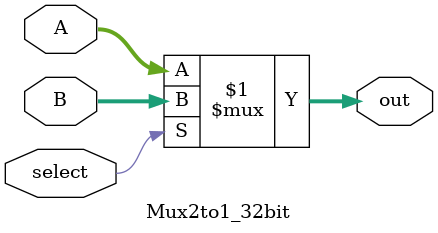
<source format=v>
module Mux2to1_32bit (
  input wire [31:0] A,   // Entrada 0 do MUX
  input wire [31:0] B,   // Entrada 1 do MUX
  input wire select,         // Sinal de seleção
  output wire [31:0] out   // Saída do MUX
);

  assign out = select ? B : A;

endmodule
</source>
